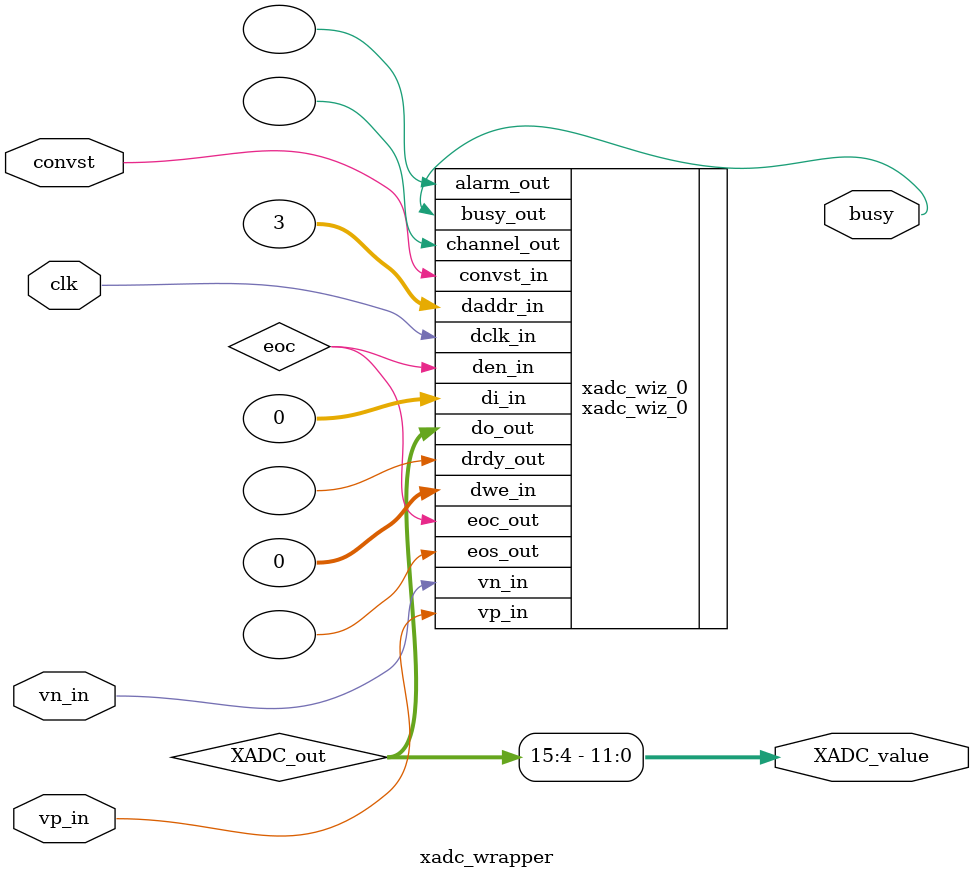
<source format=v>
module xadc_wrapper (
    input clk,            // clock
    input convst,         // Start convert
    input vp_in,          // Dedicated analog input (+)
    input vn_in,          // Dedicated analog input (-)
    output busy,          // Busy during conversion
    output  [11:0] XADC_value);   // XADC readout (MSB 12 bits of 16 bit dataword)

    // Tie this to the ADC code created by the wizard

    wire [15:0] XADC_out; 
    assign XADC_value=XADC_out[15:4];   // Only 12 MSBs significant       
    
    wire eoc;

    xadc_wiz_0 xadc_wiz_0
          (.convst_in(convst),  // Event driven
          .daddr_in(3),            // dedicated analog inputs
          .dclk_in(clk),           // Clock input for the dynamic reconfiguration port
          .den_in(eoc),              // Data enable. Tying this to eoc is the magic bullet!!
          .di_in(0),
          .dwe_in(0),              // Write enable
          .busy_out(busy),             // ADC Busy signal
          .channel_out(),          // Channel Selection Outputs
          .do_out(XADC_out),       // Data out
          .drdy_out(),             // Data ready
          .eoc_out(eoc),           // End of Conversion Signal
          .eos_out(),              // End of Sequence Signal
          .alarm_out(),            // OR'ed output of all the Alarms    
          .vp_in(vp_in),           // Dedicated Analog Input Pair
          .vn_in(vn_in));   
  
  
  
endmodule

</source>
